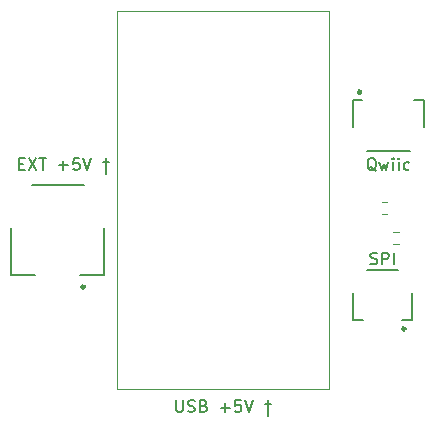
<source format=gbr>
%TF.GenerationSoftware,KiCad,Pcbnew,5.1.9-1.fc32*%
%TF.CreationDate,2021-02-15T18:21:08-08:00*%
%TF.ProjectId,tinypico-io,74696e79-7069-4636-9f2d-696f2e6b6963,1.0.0*%
%TF.SameCoordinates,Original*%
%TF.FileFunction,Legend,Top*%
%TF.FilePolarity,Positive*%
%FSLAX46Y46*%
G04 Gerber Fmt 4.6, Leading zero omitted, Abs format (unit mm)*
G04 Created by KiCad (PCBNEW 5.1.9-1.fc32) date 2021-02-15 18:21:08*
%MOMM*%
%LPD*%
G01*
G04 APERTURE LIST*
%ADD10C,0.150000*%
%ADD11C,0.120000*%
%ADD12C,0.127000*%
%ADD13C,0.300000*%
G04 APERTURE END LIST*
D10*
X162476190Y-95404761D02*
X162619047Y-95452380D01*
X162857142Y-95452380D01*
X162952380Y-95404761D01*
X163000000Y-95357142D01*
X163047619Y-95261904D01*
X163047619Y-95166666D01*
X163000000Y-95071428D01*
X162952380Y-95023809D01*
X162857142Y-94976190D01*
X162666666Y-94928571D01*
X162571428Y-94880952D01*
X162523809Y-94833333D01*
X162476190Y-94738095D01*
X162476190Y-94642857D01*
X162523809Y-94547619D01*
X162571428Y-94500000D01*
X162666666Y-94452380D01*
X162904761Y-94452380D01*
X163047619Y-94500000D01*
X163476190Y-95452380D02*
X163476190Y-94452380D01*
X163857142Y-94452380D01*
X163952380Y-94500000D01*
X164000000Y-94547619D01*
X164047619Y-94642857D01*
X164047619Y-94785714D01*
X164000000Y-94880952D01*
X163952380Y-94928571D01*
X163857142Y-94976190D01*
X163476190Y-94976190D01*
X164476190Y-95452380D02*
X164476190Y-94452380D01*
X162952380Y-87547619D02*
X162857142Y-87500000D01*
X162761904Y-87404761D01*
X162619047Y-87261904D01*
X162523809Y-87214285D01*
X162428571Y-87214285D01*
X162476190Y-87452380D02*
X162380952Y-87404761D01*
X162285714Y-87309523D01*
X162238095Y-87119047D01*
X162238095Y-86785714D01*
X162285714Y-86595238D01*
X162380952Y-86500000D01*
X162476190Y-86452380D01*
X162666666Y-86452380D01*
X162761904Y-86500000D01*
X162857142Y-86595238D01*
X162904761Y-86785714D01*
X162904761Y-87119047D01*
X162857142Y-87309523D01*
X162761904Y-87404761D01*
X162666666Y-87452380D01*
X162476190Y-87452380D01*
X163238095Y-86785714D02*
X163428571Y-87452380D01*
X163619047Y-86976190D01*
X163809523Y-87452380D01*
X164000000Y-86785714D01*
X164380952Y-87452380D02*
X164380952Y-86785714D01*
X164380952Y-86452380D02*
X164333333Y-86500000D01*
X164380952Y-86547619D01*
X164428571Y-86500000D01*
X164380952Y-86452380D01*
X164380952Y-86547619D01*
X164857142Y-87452380D02*
X164857142Y-86785714D01*
X164857142Y-86452380D02*
X164809523Y-86500000D01*
X164857142Y-86547619D01*
X164904761Y-86500000D01*
X164857142Y-86452380D01*
X164857142Y-86547619D01*
X165761904Y-87404761D02*
X165666666Y-87452380D01*
X165476190Y-87452380D01*
X165380952Y-87404761D01*
X165333333Y-87357142D01*
X165285714Y-87261904D01*
X165285714Y-86976190D01*
X165333333Y-86880952D01*
X165380952Y-86833333D01*
X165476190Y-86785714D01*
X165666666Y-86785714D01*
X165761904Y-86833333D01*
X132714285Y-86928571D02*
X133047619Y-86928571D01*
X133190476Y-87452380D02*
X132714285Y-87452380D01*
X132714285Y-86452380D01*
X133190476Y-86452380D01*
X133523809Y-86452380D02*
X134190476Y-87452380D01*
X134190476Y-86452380D02*
X133523809Y-87452380D01*
X134428571Y-86452380D02*
X135000000Y-86452380D01*
X134714285Y-87452380D02*
X134714285Y-86452380D01*
X136095238Y-87071428D02*
X136857142Y-87071428D01*
X136476190Y-87452380D02*
X136476190Y-86690476D01*
X137809523Y-86452380D02*
X137333333Y-86452380D01*
X137285714Y-86928571D01*
X137333333Y-86880952D01*
X137428571Y-86833333D01*
X137666666Y-86833333D01*
X137761904Y-86880952D01*
X137809523Y-86928571D01*
X137857142Y-87023809D01*
X137857142Y-87261904D01*
X137809523Y-87357142D01*
X137761904Y-87404761D01*
X137666666Y-87452380D01*
X137428571Y-87452380D01*
X137333333Y-87404761D01*
X137285714Y-87357142D01*
X138142857Y-86452380D02*
X138476190Y-87452380D01*
X138809523Y-86452380D01*
X139857142Y-86785714D02*
X140333333Y-86785714D01*
X140095238Y-86452380D02*
X140095238Y-87785714D01*
X146023809Y-106952380D02*
X146023809Y-107761904D01*
X146071428Y-107857142D01*
X146119047Y-107904761D01*
X146214285Y-107952380D01*
X146404761Y-107952380D01*
X146500000Y-107904761D01*
X146547619Y-107857142D01*
X146595238Y-107761904D01*
X146595238Y-106952380D01*
X147023809Y-107904761D02*
X147166666Y-107952380D01*
X147404761Y-107952380D01*
X147500000Y-107904761D01*
X147547619Y-107857142D01*
X147595238Y-107761904D01*
X147595238Y-107666666D01*
X147547619Y-107571428D01*
X147500000Y-107523809D01*
X147404761Y-107476190D01*
X147214285Y-107428571D01*
X147119047Y-107380952D01*
X147071428Y-107333333D01*
X147023809Y-107238095D01*
X147023809Y-107142857D01*
X147071428Y-107047619D01*
X147119047Y-107000000D01*
X147214285Y-106952380D01*
X147452380Y-106952380D01*
X147595238Y-107000000D01*
X148357142Y-107428571D02*
X148500000Y-107476190D01*
X148547619Y-107523809D01*
X148595238Y-107619047D01*
X148595238Y-107761904D01*
X148547619Y-107857142D01*
X148500000Y-107904761D01*
X148404761Y-107952380D01*
X148023809Y-107952380D01*
X148023809Y-106952380D01*
X148357142Y-106952380D01*
X148452380Y-107000000D01*
X148500000Y-107047619D01*
X148547619Y-107142857D01*
X148547619Y-107238095D01*
X148500000Y-107333333D01*
X148452380Y-107380952D01*
X148357142Y-107428571D01*
X148023809Y-107428571D01*
X149785714Y-107571428D02*
X150547619Y-107571428D01*
X150166666Y-107952380D02*
X150166666Y-107190476D01*
X151500000Y-106952380D02*
X151023809Y-106952380D01*
X150976190Y-107428571D01*
X151023809Y-107380952D01*
X151119047Y-107333333D01*
X151357142Y-107333333D01*
X151452380Y-107380952D01*
X151500000Y-107428571D01*
X151547619Y-107523809D01*
X151547619Y-107761904D01*
X151500000Y-107857142D01*
X151452380Y-107904761D01*
X151357142Y-107952380D01*
X151119047Y-107952380D01*
X151023809Y-107904761D01*
X150976190Y-107857142D01*
X151833333Y-106952380D02*
X152166666Y-107952380D01*
X152500000Y-106952380D01*
X153547619Y-107285714D02*
X154023809Y-107285714D01*
X153785714Y-106952380D02*
X153785714Y-108285714D01*
D11*
%TO.C,U1*%
X141000000Y-106000000D02*
X141000000Y-74000000D01*
X159000000Y-106000000D02*
X141000000Y-106000000D01*
X159000000Y-74000000D02*
X159000000Y-106000000D01*
X141000000Y-74000000D02*
X159000000Y-74000000D01*
%TO.C,R2*%
X164422742Y-92687500D02*
X164897258Y-92687500D01*
X164422742Y-93732500D02*
X164897258Y-93732500D01*
%TO.C,R1*%
X163442742Y-90137500D02*
X163917258Y-90137500D01*
X163442742Y-91182500D02*
X163917258Y-91182500D01*
D12*
%TO.C,J3*%
X162200000Y-85825000D02*
X165800000Y-85825000D01*
X167000000Y-81575000D02*
X167000000Y-83850000D01*
X166200000Y-81575000D02*
X167000000Y-81575000D01*
X161000000Y-81575000D02*
X161000000Y-83850000D01*
X161800000Y-81575000D02*
X161000000Y-81575000D01*
D13*
X161650000Y-80865000D02*
G75*
G03*
X161650000Y-80865000I-100000J0D01*
G01*
%TO.C,J2*%
X165400000Y-100900000D02*
G75*
G03*
X165400000Y-100900000I-100000J0D01*
G01*
D12*
X161000000Y-100175000D02*
X161885000Y-100175000D01*
X161000000Y-97900000D02*
X161000000Y-100175000D01*
X164800000Y-95925000D02*
X162200000Y-95925000D01*
X166000000Y-100175000D02*
X166000000Y-97900000D01*
X165115000Y-100175000D02*
X166000000Y-100175000D01*
%TO.C,J1*%
X132050000Y-92350000D02*
X132050000Y-96350000D01*
X138200000Y-88750000D02*
X133800000Y-88750000D01*
D13*
X138250000Y-97350000D02*
G75*
G03*
X138250000Y-97350000I-100000J0D01*
G01*
D12*
X139950000Y-96350000D02*
X139950000Y-92350000D01*
X137900000Y-96350000D02*
X139950000Y-96350000D01*
X132050000Y-96350000D02*
X134100000Y-96350000D01*
%TD*%
M02*

</source>
